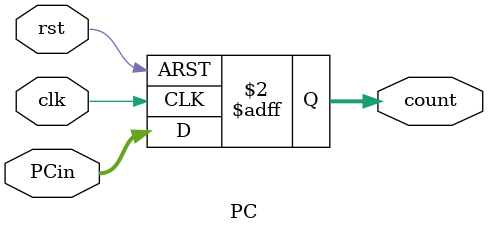
<source format=v>
`timescale 1ns / 1ps



module PC(
    input clk, rst,
    input [31:0] PCin,
    output reg [31:0] count
    );
 
    always@(posedge clk, posedge rst) begin
        if(rst)
            count <= 0;
        else
            count <= PCin;
    end
endmodule

</source>
